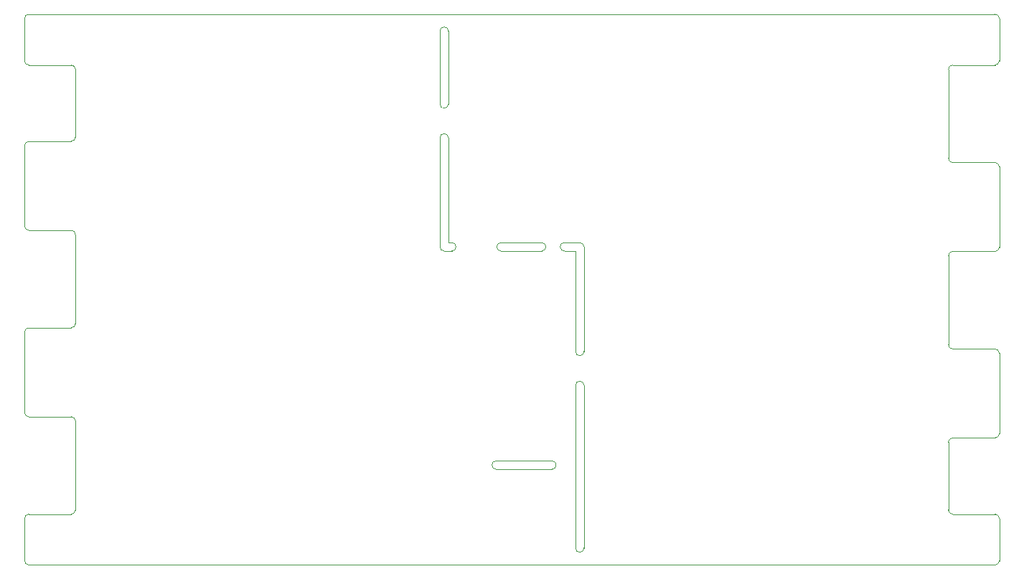
<source format=gbr>
%TF.GenerationSoftware,KiCad,Pcbnew,(6.0.11)*%
%TF.CreationDate,2023-03-28T12:14:43+02:00*%
%TF.ProjectId,bms_monitor,626d735f-6d6f-46e6-9974-6f722e6b6963,rev?*%
%TF.SameCoordinates,Original*%
%TF.FileFunction,Profile,NP*%
%FSLAX46Y46*%
G04 Gerber Fmt 4.6, Leading zero omitted, Abs format (unit mm)*
G04 Created by KiCad (PCBNEW (6.0.11)) date 2023-03-28 12:14:43*
%MOMM*%
%LPD*%
G01*
G04 APERTURE LIST*
%TA.AperFunction,Profile*%
%ADD10C,0.050000*%
%TD*%
G04 APERTURE END LIST*
D10*
X80000000Y-87000000D02*
X80000000Y-77500000D01*
X80000000Y-67500000D02*
G75*
G03*
X80500000Y-68000000I500000J0D01*
G01*
X86000000Y-68500000D02*
X86000000Y-76500000D01*
X146000000Y-105800000D02*
G75*
G03*
X145000000Y-105800000I-500000J0D01*
G01*
X189500000Y-112000000D02*
G75*
G03*
X189000000Y-112500000I0J-500000D01*
G01*
X85500000Y-99000000D02*
G75*
G03*
X86000000Y-98500000I0J500000D01*
G01*
X130000000Y-64000000D02*
G75*
G03*
X129000000Y-64000000I-500000J0D01*
G01*
X86000000Y-68500000D02*
G75*
G03*
X85500000Y-68000000I-500000J0D01*
G01*
X194500000Y-101500000D02*
X189500000Y-101500000D01*
X86000000Y-88000000D02*
G75*
G03*
X85500000Y-87500000I-500000J0D01*
G01*
X80000000Y-126500000D02*
X80000000Y-121500000D01*
X135640000Y-115700000D02*
X142225000Y-115700000D01*
X141000000Y-89950000D02*
X136200000Y-89950000D01*
X194500000Y-90000000D02*
G75*
G03*
X195000000Y-89500000I0J500000D01*
G01*
X135640000Y-114700000D02*
G75*
G03*
X135640000Y-115700000I0J-500000D01*
G01*
X80000000Y-67500000D02*
X80000000Y-62500000D01*
X189500000Y-68000000D02*
G75*
G03*
X189000000Y-68500000I0J-500000D01*
G01*
X194500000Y-68000000D02*
G75*
G03*
X195000000Y-67500000I0J500000D01*
G01*
X130000000Y-88950000D02*
X130400000Y-88950000D01*
X86000000Y-110000000D02*
G75*
G03*
X85500000Y-109500000I-500000J0D01*
G01*
X142225000Y-114700000D02*
X135640000Y-114700000D01*
X195000000Y-102000000D02*
G75*
G03*
X194500000Y-101500000I-500000J0D01*
G01*
X130400000Y-89950000D02*
X129500000Y-89950000D01*
X146000000Y-125000000D02*
X146000000Y-105800000D01*
X194500000Y-127000000D02*
X80500000Y-127000000D01*
X143700000Y-88950000D02*
G75*
G03*
X143700000Y-89950000I0J-500000D01*
G01*
X195000000Y-102000000D02*
X195000000Y-111500000D01*
X80500000Y-99000000D02*
G75*
G03*
X80000000Y-99500000I0J-500000D01*
G01*
X195000000Y-62500000D02*
X195000000Y-67500000D01*
X194500000Y-90000000D02*
X189500000Y-90000000D01*
X130400000Y-89950000D02*
G75*
G03*
X130400000Y-88950000I0J500000D01*
G01*
X80500000Y-87500000D02*
X85500000Y-87500000D01*
X85500000Y-77000000D02*
G75*
G03*
X86000000Y-76500000I0J500000D01*
G01*
X130000000Y-76600000D02*
G75*
G03*
X129000000Y-76600000I-500000J0D01*
G01*
X143700000Y-88950000D02*
X145500000Y-88950000D01*
X146000000Y-89450000D02*
G75*
G03*
X145500000Y-88950000I-500000J0D01*
G01*
X129000000Y-89450000D02*
G75*
G03*
X129500000Y-89950000I500000J0D01*
G01*
X80000000Y-126500000D02*
G75*
G03*
X80500000Y-127000000I500000J0D01*
G01*
X80500000Y-77000000D02*
G75*
G03*
X80000000Y-77500000I0J-500000D01*
G01*
X145000000Y-89950000D02*
X145000000Y-101800000D01*
X129000000Y-89450000D02*
X129000000Y-76600000D01*
X189000000Y-120500000D02*
G75*
G03*
X189500000Y-121000000I500000J0D01*
G01*
X195000000Y-121500000D02*
X195000000Y-126500000D01*
X80000000Y-87000000D02*
G75*
G03*
X80500000Y-87500000I500000J0D01*
G01*
X85500000Y-121000000D02*
G75*
G03*
X86000000Y-120500000I0J500000D01*
G01*
X129000000Y-72600000D02*
X129000000Y-64000000D01*
X195000000Y-80000000D02*
G75*
G03*
X194500000Y-79500000I-500000J0D01*
G01*
X142225000Y-115700000D02*
G75*
G03*
X142225000Y-114700000I0J500000D01*
G01*
X189000000Y-101000000D02*
G75*
G03*
X189500000Y-101500000I500000J0D01*
G01*
X136200000Y-88950000D02*
G75*
G03*
X136200000Y-89950000I0J-500000D01*
G01*
X80000000Y-109000000D02*
G75*
G03*
X80500000Y-109500000I500000J0D01*
G01*
X80500000Y-68000000D02*
X85500000Y-68000000D01*
X130000000Y-76600000D02*
X130000000Y-88950000D01*
X195000000Y-62500000D02*
G75*
G03*
X194500000Y-62000000I-500000J0D01*
G01*
X189000000Y-79000000D02*
X189000000Y-68500000D01*
X146000000Y-101800000D02*
X146000000Y-89450000D01*
X141000000Y-89950000D02*
G75*
G03*
X141000000Y-88950000I0J500000D01*
G01*
X145000000Y-125000000D02*
G75*
G03*
X146000000Y-125000000I500000J0D01*
G01*
X129000000Y-72600000D02*
G75*
G03*
X130000000Y-72600000I500000J0D01*
G01*
X194500000Y-127000000D02*
G75*
G03*
X195000000Y-126500000I0J500000D01*
G01*
X145000000Y-89950000D02*
X143700000Y-89950000D01*
X194500000Y-112000000D02*
G75*
G03*
X195000000Y-111500000I0J500000D01*
G01*
X80500000Y-99000000D02*
X85500000Y-99000000D01*
X145000000Y-101800000D02*
G75*
G03*
X146000000Y-101800000I500000J0D01*
G01*
X130000000Y-64000000D02*
X130000000Y-72600000D01*
X194500000Y-121000000D02*
X189500000Y-121000000D01*
X189000000Y-79000000D02*
G75*
G03*
X189500000Y-79500000I500000J0D01*
G01*
X136200000Y-88950000D02*
X141000000Y-88950000D01*
X80500000Y-121000000D02*
G75*
G03*
X80000000Y-121500000I0J-500000D01*
G01*
X145000000Y-105800000D02*
X145000000Y-125000000D01*
X189000000Y-101000000D02*
X189000000Y-90500000D01*
X80000000Y-109000000D02*
X80000000Y-99500000D01*
X80500000Y-77000000D02*
X85500000Y-77000000D01*
X86000000Y-88000000D02*
X86000000Y-98500000D01*
X195000000Y-80000000D02*
X195000000Y-89500000D01*
X189000000Y-120500000D02*
X189000000Y-112500000D01*
X194500000Y-112000000D02*
X189500000Y-112000000D01*
X85500000Y-121000000D02*
X80500000Y-121000000D01*
X189500000Y-68000000D02*
X194500000Y-68000000D01*
X80500000Y-109500000D02*
X85500000Y-109500000D01*
X195000000Y-121500000D02*
G75*
G03*
X194500000Y-121000000I-500000J0D01*
G01*
X80500000Y-62000000D02*
X194500000Y-62000000D01*
X86000000Y-110000000D02*
X86000000Y-120500000D01*
X189500000Y-90000000D02*
G75*
G03*
X189000000Y-90500000I0J-500000D01*
G01*
X194500000Y-79500000D02*
X189500000Y-79500000D01*
X80500000Y-62000000D02*
G75*
G03*
X80000000Y-62500000I0J-500000D01*
G01*
M02*

</source>
